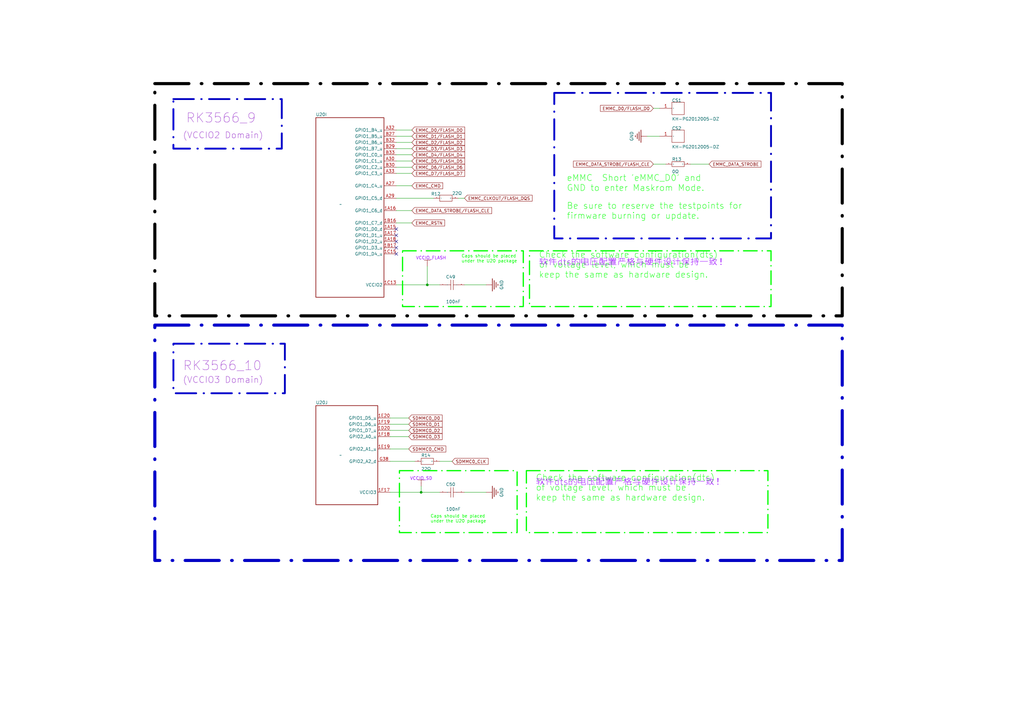
<source format=kicad_sch>
(kicad_sch (version 20250114) (generator "eeschema") (generator_version "9.0")
  (paper "A3")
  (rectangle (start 63.5 133.35) (end 345.44 229.87) (stroke (width 1.27) (type dash_dot)))
  (rectangle (start 71.12 140.97) (end 116.84 161.29) (stroke (width 0.762) (type dash_dot)))
  (rectangle (start 63.5 34.29) (end 345.44 129.54) (stroke (width 1.27) (type dash_dot) (color 0 0 0 1)))
  (rectangle (start 227.33 38.1) (end 316.23 97.79) (stroke (width 0.762) (type dash_dot)))
  (rectangle (start 217.17 102.87) (end 316.23 125.73) (stroke (width 0.508) (type dash_dot) (color 0 255 0 1)))
  (rectangle (start 215.9 193.04) (end 314.96 218.44) (stroke (width 0.508) (type dash_dot) (color 0 255 0 1)))
  (rectangle (start 163.83 193.04) (end 212.09 218.44) (stroke (width 0.508) (type dash_dot) (color 0 255 0 1)))
  (rectangle (start 71.12 40.64) (end 115.57 60.96) (stroke (width 0.762) (type dash_dot)))
  (rectangle (start 165.1 102.87) (end 214.63 125.73) (stroke (width 0.508) (type dash_dot) (color 0 255 0 1)))
  (text "(VCCIO2 Domain)" (at 74.93 57.15 0) (effects (font (size 2.54 2.54)) (justify left bottom)))
  (text "Be sure to reserve the testpoints for \nfirmware burning or update." (at 232.41 90.17 0) (effects (font (size 2.54 2.54)) (justify left bottom)))
  (text "软件dts的电压配置严格与硬件设计保持一致！" (at 220.98 109.22 0) (effects (font (size 2.54 2.54)) (justify left bottom)))
  (text "Check the software configuration(dts)\nof voltage level, which must be\nkeep the same as hardware design." (at 219.71 205.74 0) (effects (font (size 2.54 2.54)) (justify left bottom)))
  (text "(VCCIO3 Domain)" (at 74.93 157.48 0) (effects (font (size 2.54 2.54)) (justify left bottom)))
  (text "RK3566_10" (at 74.93 152.4 0) (effects (font (size 3.81 3.81)) (justify left bottom)))
  (text "Caps should be placed \nunder the U20 package" (at 189.23 107.95 0) (effects (font (size 1.27 1.27)) (justify left bottom)))
  (text "eMMC  Short 'eMMC_D0' and \nGND to enter Maskrom Mode." (at 232.41 78.74 0) (effects (font (size 2.54 2.54)) (justify left bottom)))
  (text "软件dts的电压配置严格与硬件设计保持一致！" (at 219.71 199.39 0) (effects (font (size 2.54 2.54)) (justify left bottom)))
  (text "RK3566_9" (at 76.2 50.8 0) (effects (font (size 3.81 3.81)) (justify left bottom)))
  (text "Check the software configuration(dts)\nof voltage level, which must be\nkeep the same as hardware design." (at 220.98 114.3 0) (effects (font (size 2.54 2.54)) (justify left bottom)))
  (text "Caps should be placed \nunder the U20 package" (at 176.53 214.63 0) (effects (font (size 1.27 1.27)) (justify left bottom)))
  (junction (at 172.72 201.93))
  (junction (at 175.26 116.84))
  (no_connect (at 162.56 93.98))
  (no_connect (at 162.56 99.06))
  (no_connect (at 162.56 96.52))
  (no_connect (at 162.56 101.6))
  (no_connect (at 162.56 104.14))
  (wire (pts (xy 175.26 116.84) (xy 162.56 116.84)))
  (wire (pts (xy 160.02 184.15) (xy 167.64 184.15)))
  (wire (pts (xy 162.56 60.96) (xy 168.91 60.96)))
  (wire (pts (xy 160.02 173.99) (xy 167.64 173.99)))
  (wire (pts (xy 160.02 179.07) (xy 167.64 179.07)))
  (wire (pts (xy 162.56 71.12) (xy 168.91 71.12)))
  (wire (pts (xy 199.39 201.93) (xy 190.5 201.93)))
  (wire (pts (xy 160.02 189.23) (xy 170.18 189.23)))
  (wire (pts (xy 162.56 53.34) (xy 168.91 53.34)))
  (wire (pts (xy 162.56 55.88) (xy 168.91 55.88)))
  (wire (pts (xy 162.56 81.28) (xy 177.8 81.28)))
  (wire (pts (xy 172.72 201.93) (xy 172.72 199.39)))
  (wire (pts (xy 290.83 67.31) (xy 283.21 67.31)))
  (wire (pts (xy 175.26 109.22) (xy 175.26 116.84)))
  (wire (pts (xy 160.02 176.53) (xy 167.64 176.53)))
  (wire (pts (xy 270.51 44.45) (xy 267.97 44.45)))
  (wire (pts (xy 273.05 67.31) (xy 267.97 67.31)))
  (wire (pts (xy 162.56 91.44) (xy 168.91 91.44)))
  (wire (pts (xy 160.02 201.93) (xy 172.72 201.93)))
  (wire (pts (xy 190.5 81.28) (xy 187.96 81.28)))
  (wire (pts (xy 172.72 201.93) (xy 180.34 201.93)))
  (wire (pts (xy 162.56 58.42) (xy 168.91 58.42)))
  (wire (pts (xy 175.26 116.84) (xy 180.34 116.84)))
  (wire (pts (xy 162.56 63.5) (xy 168.91 63.5)))
  (wire (pts (xy 185.42 189.23) (xy 180.34 189.23)))
  (wire (pts (xy 162.56 76.2) (xy 168.91 76.2)))
  (wire (pts (xy 162.56 66.04) (xy 168.91 66.04)))
  (wire (pts (xy 162.56 68.58) (xy 168.91 68.58)))
  (wire (pts (xy 190.5 116.84) (xy 199.39 116.84)))
  (wire (pts (xy 270.51 55.88) (xy 265.43 55.88)))
  (wire (pts (xy 162.56 86.36) (xy 168.91 86.36)))
  (wire (pts (xy 160.02 171.45) (xy 167.64 171.45)))
  (global_label "EMMC_D2{slash}FLASH_D2" (shape input) (at 168.91 58.42 0) (property "Intersheetrefs" "${INTERSHEET_REFS}" (effects (hide yes))))
  (global_label "EMMC_D3{slash}FLASH_D3" (shape input) (at 168.91 60.96 0) (property "Intersheetrefs" "${INTERSHEET_REFS}" (effects (hide yes))))
  (global_label "SDMMC0_D1" (shape input) (at 167.64 173.99 0) (property "Intersheetrefs" "${INTERSHEET_REFS}" (effects (hide yes))))
  (global_label "EMMC_RSTN" (shape input) (at 168.91 91.44 0) (property "Intersheetrefs" "${INTERSHEET_REFS}" (effects (hide yes))))
  (global_label "EMMC_D4{slash}FLASH_D4" (shape input) (at 168.91 63.5 0) (property "Intersheetrefs" "${INTERSHEET_REFS}" (effects (hide yes))))
  (global_label "EMMC_DATA_STROBE{slash}FLASH_CLE" (shape input) (at 168.91 86.36 0) (property "Intersheetrefs" "${INTERSHEET_REFS}" (effects (hide yes))))
  (global_label "EMMC_D1{slash}FLASH_D1" (shape input) (at 168.91 55.88 0) (property "Intersheetrefs" "${INTERSHEET_REFS}" (effects (hide yes))))
  (global_label "EMMC_D0{slash}FLASH_D0" (shape input) (at 267.97 44.45 180) (property "Intersheetrefs" "${INTERSHEET_REFS}" (effects (hide yes))))
  (global_label "EMMC_CMD" (shape input) (at 168.91 76.2 0) (property "Intersheetrefs" "${INTERSHEET_REFS}" (effects (hide yes))))
  (global_label "EMMC_DATA_STROBE{slash}FLASH_CLE" (shape input) (at 267.97 67.31 180) (property "Intersheetrefs" "${INTERSHEET_REFS}" (effects (hide yes))))
  (global_label "EMMC_D7{slash}FLASH_D7" (shape input) (at 168.91 71.12 0) (property "Intersheetrefs" "${INTERSHEET_REFS}" (effects (hide yes))))
  (global_label "EMMC_D6{slash}FLASH_D6" (shape input) (at 168.91 68.58 0) (property "Intersheetrefs" "${INTERSHEET_REFS}" (effects (hide yes))))
  (global_label "SDMMC0_CMD" (shape input) (at 167.64 184.15 0) (property "Intersheetrefs" "${INTERSHEET_REFS}" (effects (hide yes))))
  (global_label "SDMMC0_D3" (shape input) (at 167.64 179.07 0) (property "Intersheetrefs" "${INTERSHEET_REFS}" (effects (hide yes))))
  (global_label "SDMMC0_CLK" (shape input) (at 185.42 189.23 0) (property "Intersheetrefs" "${INTERSHEET_REFS}" (effects (hide yes))))
  (global_label "SDMMC0_D2" (shape input) (at 167.64 176.53 0) (property "Intersheetrefs" "${INTERSHEET_REFS}" (effects (hide yes))))
  (global_label "EMMC_D5{slash}FLASH_D5" (shape input) (at 168.91 66.04 0) (property "Intersheetrefs" "${INTERSHEET_REFS}" (effects (hide yes))))
  (global_label "EMMC_CLKOUT{slash}FLASH_DQS" (shape input) (at 190.5 81.28 0) (property "Intersheetrefs" "${INTERSHEET_REFS}" (effects (hide yes))))
  (global_label "SDMMC0_D0" (shape input) (at 167.64 171.45 0) (property "Intersheetrefs" "${INTERSHEET_REFS}" (effects (hide yes))))
  (global_label "EMMC_DATA_STROBE" (shape input) (at 290.83 67.31 0) (property "Intersheetrefs" "${INTERSHEET_REFS}" (effects (hide yes))))
  (global_label "EMMC_D0{slash}FLASH_D0" (shape input) (at 168.91 53.34 0) (property "Intersheetrefs" "${INTERSHEET_REFS}" (effects (hide yes))))
  (symbol (lib_id "LCSC Taish-easyedapro:CL03A104KO3NNNC") (at 185.42 116.84 270) (unit 1)
    (property "Reference" "C49" (at 182.88 114.3 90) (effects (justify left bottom)))
    (property "Value" "100nF" (at 182.88 124.46 90) (effects (justify left bottom)))
    (property "Footprint" "LCSC Taish-easyedapro:C0201" (effects (hide yes)))
    (property "Datasheet" "https://atta.szlcsc.com/upload/public/pdf/source/20180917/C284966_691DE3C5BF759D23F11C92F3D90121F8.pdf" (effects (hide yes)))
    (property "Description" "容值:100nF;精度:±10%;额定电压:16V;材质(温度系数):X5R;" (effects (hide yes)))
    (property "Manufacturer Part" "0201X104K100NT" (effects (hide yes)))
    (property "Manufacturer" "FH(风华)" (effects (hide yes)))
    (property "Supplier Part" "C284966" (effects (hide yes)))
    (property "Supplier" "LCSC" (effects (hide yes)))
    (property "LCSC Part Name" "100nF ±10% 10V" (effects (hide yes)))
  )
  (symbol (lib_id "LCSC Taish-easyedapro:Power-VCC") (at 175.26 109.22 0) (unit 1)
    (property "Reference" "#PWR0147" (effects (hide yes)))
    (property "Value" "VCCIO_FLASH" (at 176.784 106.426 0) (effects (justify bottom)))
    (property "Footprint" "LCSC Taish-easyedapro:" (effects (hide yes)))
  )
  (symbol (lib_id "LCSC Taish-easyedapro:Ground-GND") (at 265.43 55.88 270) (unit 1)
    (property "Reference" "#PWR0148" (effects (hide yes)))
    (property "Value" "GND" (at 259.08 55.88 0))
    (property "Footprint" "LCSC Taish-easyedapro:" (effects (hide yes)))
  )
  (symbol (lib_id "LCSC Taish-easyedapro:CL05B104KB54PNC") (at 185.42 201.93 180) (unit 1)
    (property "Reference" "C50" (at 182.88 199.39 0) (effects (justify right top)))
    (property "Value" "100nF" (at 182.88 209.55 0) (effects (justify right top)))
    (property "Footprint" "Capacitor_SMD:C_0402_1005Metric" (effects (hide yes)))
    (property "Datasheet" "https://atta.szlcsc.com/upload/public/pdf/source/20181009/C307380_E0679AAF9658ADA26DBF30CED0CA6925.pdf" (effects (hide yes)))
    (property "Description" "容值:100nF;精度:±10%;额定电压:50V;材质(温度系数):X7R;" (effects (hide yes)))
    (property "Manufacturer Part" "CL03A104KO3NNNC" (effects (hide yes)))
    (property "Manufacturer" "SAMSUNG(三星)" (effects (hide yes)))
    (property "Supplier Part" "C307380" (effects (hide yes)))
    (property "Supplier" "LCSC" (effects (hide yes)))
    (property "LCSC Part Name" "100nF ±10% 16V" (effects (hide yes)))
    (property "JLCPCB Part Class" "Extended Part" (effects (hide yes)))
  )
  (symbol (lib_id "LCSC Taish-easyedapro:Ground-GND") (at 199.39 201.93 90) (unit 1)
    (property "Reference" "#PWR0144" (effects (hide yes)))
    (property "Value" "GND" (at 205.74 201.93 0))
    (property "Footprint" "LCSC Taish-easyedapro:" (effects (hide yes)))
  )
  (symbol (lib_id "LCSC Taish-easyedapro:KH-PG2012005-DZ") (at 275.59 44.45 180) (unit 1)
    (property "Reference" "CS1" (at 275.59 41.91 0) (effects (justify right top)))
    (property "Value" "KH-PG2012005-DZ" (at 275.59 49.53 0) (effects (justify right top)))
    (property "Footprint" "LCSC Taish-easyedapro:TESTPOINT-SMD_KH-PG2012005-DZ" (effects (hide yes)))
    (property "Datasheet" "https://atta.szlcsc.com/upload/public/pdf/source/20210628/C2842936_D3BBA70E3EF273B4B52C446A6E4BC48C.pdf" (effects (hide yes)))
    (property "Manufacturer Part" "KH-PG2012005-DZ" (effects (hide yes)))
    (property "Manufacturer" "kinghelm(金航标)" (effects (hide yes)))
    (property "Supplier Part" "C2842936" (effects (hide yes)))
    (property "Supplier" "LCSC" (effects (hide yes)))
    (property "LCSC Part Name" "顶针" (effects (hide yes)))
  )
  (symbol (lib_id "LCSC Taish-easyedapro:Power-VCC") (at 172.72 199.39 0) (unit 1)
    (property "Reference" "#PWR0145" (effects (hide yes)))
    (property "Value" "VCCIO_SD" (at 172.72 196.85 0) (effects (justify bottom)))
    (property "Footprint" "LCSC Taish-easyedapro:" (effects (hide yes)))
  )
  (symbol (lib_id "LCSC Taish-easyedapro:ERJPA2F22R0X") (at 175.26 189.23 0) (unit 1)
    (property "Reference" "R14" (at 172.72 187.4774 0) (effects (justify left bottom)))
    (property "Value" "22Ω" (at 172.72 193.0654 0) (effects (justify left bottom)))
    (property "Footprint" "LCSC Taish-easyedapro:R0402" (effects (hide yes)))
    (property "Datasheet" "https://atta.szlcsc.com/upload/public/pdf/source/20200306/C422600_1E6D84923E4A46A82E41ADD87F860B5C.pdf" (effects (hide yes)))
    (property "Description" "电阻类型:厚膜电阻;阻值:22Ω;精度:±1%;功率:200mW;温度系数:±100ppm/°C;最大工作电压:-;工作温度范围:-55°C~+155°C;" (effects (hide yes)))
    (property "Manufacturer Part" "0402WGF220JTCE" (effects (hide yes)))
    (property "Manufacturer" "UNI-ROYAL(厚声)" (effects (hide yes)))
    (property "Supplier Part" "C25092" (effects (hide yes)))
    (property "Supplier" "LCSC" (effects (hide yes)))
    (property "LCSC Part Name" "厚膜电阻 22Ω ±1% 62.5mW" (effects (hide yes)))
  )
  (symbol (lib_id "LCSC Taish-easyedapro:ERJPA2F22R0X") (at 182.88 81.28 0) (unit 1)
    (property "Reference" "R12" (at 176.784 80.264 0) (effects (justify left bottom)))
    (property "Value" "22Ω" (at 185.42 80.01 0) (effects (justify left bottom)))
    (property "Footprint" "LCSC Taish-easyedapro:R0402" (effects (hide yes)))
    (property "Datasheet" "https://atta.szlcsc.com/upload/public/pdf/source/20200306/C422600_1E6D84923E4A46A82E41ADD87F860B5C.pdf" (effects (hide yes)))
    (property "Description" "电阻类型:厚膜电阻;阻值:22Ω;精度:±1%;功率:200mW;温度系数:±100ppm/°C;最大工作电压:-;工作温度范围:-55°C~+155°C;" (effects (hide yes)))
    (property "Manufacturer Part" "0402WGF220JTCE" (effects (hide yes)))
    (property "Manufacturer" "UNI-ROYAL(厚声)" (effects (hide yes)))
    (property "Supplier Part" "C25092" (effects (hide yes)))
    (property "Supplier" "LCSC" (effects (hide yes)))
    (property "LCSC Part Name" "厚膜电阻 22Ω ±1% 62.5mW" (effects (hide yes)))
  )
  (symbol (lib_id "LCSC Taish-easyedapro:RK3566") (at 139.7 83.82 0) (unit 9)
    (property "Reference" "U20" (at 129.54 47.7012 0) (effects (justify left bottom)))
    (property "Value" "~" (at 139.7 83.82 0))
    (property "Footprint" "LCSC Taish-easyedapro:RK3566" (effects (hide yes)))
  )
  (symbol (lib_id "LCSC Taish-easyedapro:KH-PG2012005-DZ") (at 275.59 55.88 180) (unit 1)
    (property "Reference" "CS2" (at 275.59 53.34 0) (effects (justify right top)))
    (property "Value" "KH-PG2012005-DZ" (at 275.59 60.96 0) (effects (justify right top)))
    (property "Footprint" "LCSC Taish-easyedapro:TESTPOINT-SMD_KH-PG2012005-DZ" (effects (hide yes)))
    (property "Datasheet" "https://atta.szlcsc.com/upload/public/pdf/source/20210628/C2842936_D3BBA70E3EF273B4B52C446A6E4BC48C.pdf" (effects (hide yes)))
    (property "Manufacturer Part" "KH-PG2012005-DZ" (effects (hide yes)))
    (property "Manufacturer" "kinghelm(金航标)" (effects (hide yes)))
    (property "Supplier Part" "C2842936" (effects (hide yes)))
    (property "Supplier" "LCSC" (effects (hide yes)))
    (property "LCSC Part Name" "顶针" (effects (hide yes)))
  )
  (symbol (lib_id "LCSC Taish-easyedapro:RK3566") (at 139.7 186.69 0) (unit 10)
    (property "Reference" "U20" (at 129.54 165.8366 0) (effects (justify left bottom)))
    (property "Value" "~" (at 139.7 186.69 0))
    (property "Footprint" "LCSC Taish-easyedapro:RK3566" (effects (hide yes)))
  )
  (symbol (lib_id "LCSC Taish-easyedapro:ERJ2GE0R00X") (at 278.13 67.31 0) (unit 1)
    (property "Reference" "R13" (at 275.59 66.04 0) (effects (justify left bottom)))
    (property "Value" "0Ω" (at 275.59 71.12 0) (effects (justify left bottom)))
    (property "Footprint" "LCSC Taish-easyedapro:R0402" (effects (hide yes)))
    (property "Datasheet" "https://atta.szlcsc.com/upload/public/pdf/source/20181106/C242160_CA6E41971DE5A1DCD79442F3CF334CD6.pdf" (effects (hide yes)))
    (property "Description" "电阻类型:-;阻值:0Ω;功率:100mW;温度系数:-100ppm/°C~+600ppm/°C;最大工作电压:-;工作温度范围:-55°C~+155°C;" (effects (hide yes)))
    (property "Manufacturer Part" "ERJ2GE0R00X" (effects (hide yes)))
    (property "Manufacturer" "PANASONIC(松下)" (effects (hide yes)))
    (property "Supplier Part" "C242160" (effects (hide yes)))
    (property "Supplier" "LCSC" (effects (hide yes)))
    (property "LCSC Part Name" "0Ω 100mW" (effects (hide yes)))
  )
  (symbol (lib_id "LCSC Taish-easyedapro:Ground-GND") (at 199.39 116.84 90) (unit 1)
    (property "Reference" "#PWR0146" (effects (hide yes)))
    (property "Value" "GND" (at 205.74 116.84 0))
    (property "Footprint" "LCSC Taish-easyedapro:" (effects (hide yes)))
  )
)
</source>
